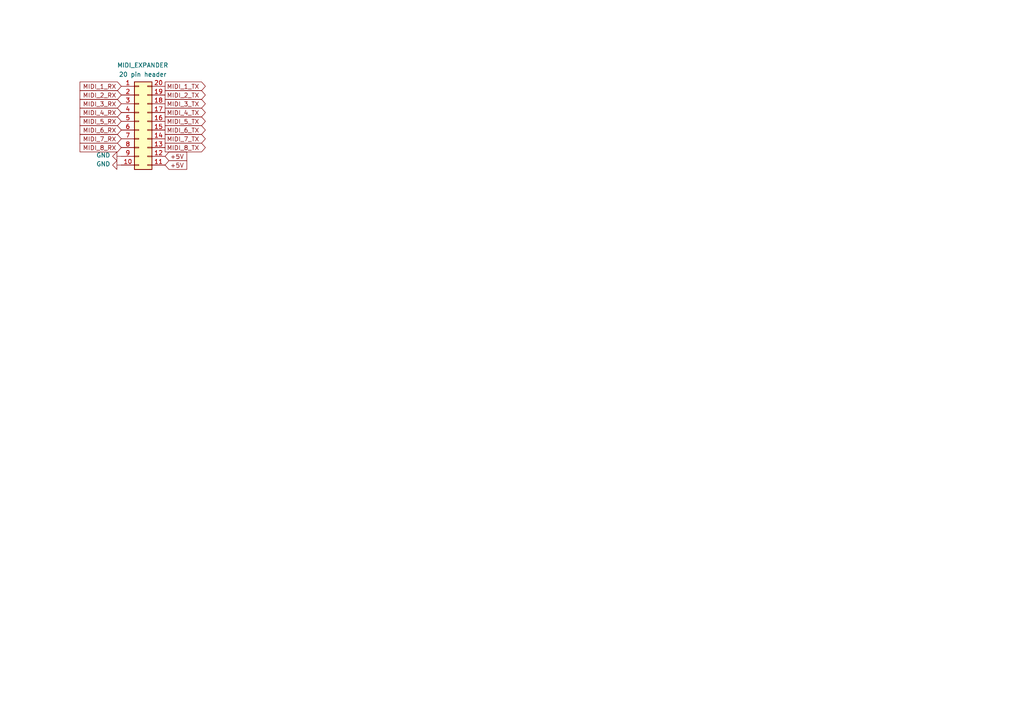
<source format=kicad_sch>
(kicad_sch (version 20230121) (generator eeschema)
  (paper "A4")
  (lib_symbols
    (symbol "Connector_Generic:Conn_02x10_Counter_Clockwise" (pin_names (offset 1.016) hide)
      (property "Reference" "J" (at 1.27 12.7 0))
      (property "Value" "Conn_02x10_Counter_Clockwise" (at 1.27 -15.24 0))
      (symbol "Conn_02x10_Counter_Clockwise_1_1"
        (rectangle (start -1.27 -12.573) (end 0 -12.827) (stroke (width 0.1524)))
        (rectangle (start -1.27 -10.033) (end 0 -10.287) (stroke (width 0.1524)))
        (rectangle (start -1.27 -7.493) (end 0 -7.747) (stroke (width 0.1524)))
        (rectangle (start -1.27 -4.953) (end 0 -5.207) (stroke (width 0.1524)))
        (rectangle (start -1.27 -2.413) (end 0 -2.667) (stroke (width 0.1524)))
        (rectangle (start -1.27 0.127) (end 0 -0.127) (stroke (width 0.1524)))
        (rectangle (start -1.27 2.667) (end 0 2.413) (stroke (width 0.1524)))
        (rectangle (start -1.27 5.207) (end 0 4.953) (stroke (width 0.1524)))
        (rectangle (start -1.27 7.747) (end 0 7.493) (stroke (width 0.1524)))
        (rectangle (start -1.27 10.287) (end 0 10.033) (stroke (width 0.1524)))
        (rectangle (start -1.27 11.43) (end 3.81 -13.97) (stroke (width 0.254)) (fill (type background)))
        (rectangle (start 3.81 -12.573) (end 2.54 -12.827) (stroke (width 0.1524)))
        (rectangle (start 3.81 -10.033) (end 2.54 -10.287) (stroke (width 0.1524)))
        (rectangle (start 3.81 -7.493) (end 2.54 -7.747) (stroke (width 0.1524)))
        (rectangle (start 3.81 -4.953) (end 2.54 -5.207) (stroke (width 0.1524)))
        (rectangle (start 3.81 -2.413) (end 2.54 -2.667) (stroke (width 0.1524)))
        (rectangle (start 3.81 0.127) (end 2.54 -0.127) (stroke (width 0.1524)))
        (rectangle (start 3.81 2.667) (end 2.54 2.413) (stroke (width 0.1524)))
        (rectangle (start 3.81 5.207) (end 2.54 4.953) (stroke (width 0.1524)))
        (rectangle (start 3.81 7.747) (end 2.54 7.493) (stroke (width 0.1524)))
        (rectangle (start 3.81 10.287) (end 2.54 10.033) (stroke (width 0.1524)))
        (pin passive line (at -5.08 10.16 0) (length 3.81) (name "Pin_1") (number "1"))
        (pin passive line (at -5.08 -12.7 0) (length 3.81) (name "Pin_10") (number "10"))
        (pin passive line (at 7.62 -12.7 180) (length 3.81) (name "Pin_11") (number "11"))
        (pin passive line (at 7.62 -10.16 180) (length 3.81) (name "Pin_12") (number "12"))
        (pin passive line (at 7.62 -7.62 180) (length 3.81) (name "Pin_13") (number "13"))
        (pin passive line (at 7.62 -5.08 180) (length 3.81) (name "Pin_14") (number "14"))
        (pin passive line (at 7.62 -2.54 180) (length 3.81) (name "Pin_15") (number "15"))
        (pin passive line (at 7.62 0 180) (length 3.81) (name "Pin_16") (number "16"))
        (pin passive line (at 7.62 2.54 180) (length 3.81) (name "Pin_17") (number "17"))
        (pin passive line (at 7.62 5.08 180) (length 3.81) (name "Pin_18") (number "18"))
        (pin passive line (at 7.62 7.62 180) (length 3.81) (name "Pin_19") (number "19"))
        (pin passive line (at -5.08 7.62 0) (length 3.81) (name "Pin_2") (number "2"))
        (pin passive line (at 7.62 10.16 180) (length 3.81) (name "Pin_20") (number "20"))
        (pin passive line (at -5.08 5.08 0) (length 3.81) (name "Pin_3") (number "3"))
        (pin passive line (at -5.08 2.54 0) (length 3.81) (name "Pin_4") (number "4"))
        (pin passive line (at -5.08 0 0) (length 3.81) (name "Pin_5") (number "5"))
        (pin passive line (at -5.08 -2.54 0) (length 3.81) (name "Pin_6") (number "6"))
        (pin passive line (at -5.08 -5.08 0) (length 3.81) (name "Pin_7") (number "7"))
        (pin passive line (at -5.08 -7.62 0) (length 3.81) (name "Pin_8") (number "8"))
        (pin passive line (at -5.08 -10.16 0) (length 3.81) (name "Pin_9") (number "9"))
      )
    )
    (symbol "power:GND" (power) (pin_names (offset 0))
      (property "Value" "GND" (at 0 -3.81 0))
      (symbol "GND_0_1"
        (polyline (pts (xy 0 0) (xy 0 -1.27) (xy 1.27 -1.27) (xy 0 -2.54) (xy -1.27 -1.27) (xy 0 -1.27)))
      )
      (symbol "GND_1_1"
        (pin power_in line (at 0 0 270) (length 0) hide (name "GND") (number "1"))
      )
    )
  )
  (global_label "MIDI_7_RX" (shape input) (at 35.179 40.259 180) (property "Intersheetrefs" "${INTERSHEET_REFS}" (effects hide)))
  (global_label "MIDI_2_RX" (shape input) (at 35.179 27.559 180) (property "Intersheetrefs" "${INTERSHEET_REFS}" (effects hide)))
  (global_label "MIDI_3_RX" (shape input) (at 35.179 30.099 180) (property "Intersheetrefs" "${INTERSHEET_REFS}" (effects hide)))
  (global_label "MIDI_4_RX" (shape input) (at 35.179 32.639 180) (property "Intersheetrefs" "${INTERSHEET_REFS}" (effects hide)))
  (global_label "MIDI_8_RX" (shape input) (at 35.179 42.799 180) (property "Intersheetrefs" "${INTERSHEET_REFS}" (effects hide)))
  (global_label "MIDI_4_TX" (shape output) (at 47.879 32.639 0) (property "Intersheetrefs" "${INTERSHEET_REFS}" (effects hide)))
  (global_label "+5V" (shape input) (at 47.879 45.339 0) (property "Intersheetrefs" "${INTERSHEET_REFS}" (effects hide)))
  (global_label "+5V" (shape input) (at 47.879 47.879 0) (property "Intersheetrefs" "${INTERSHEET_REFS}" (effects hide)))
  (global_label "MIDI_1_TX" (shape output) (at 47.879 25.019 0) (property "Intersheetrefs" "${INTERSHEET_REFS}" (effects hide)))
  (global_label "MIDI_5_TX" (shape output) (at 47.879 35.179 0) (property "Intersheetrefs" "${INTERSHEET_REFS}" (effects hide)))
  (global_label "MIDI_8_TX" (shape output) (at 47.879 42.799 0) (property "Intersheetrefs" "${INTERSHEET_REFS}" (effects hide)))
  (global_label "MIDI_3_TX" (shape output) (at 47.879 30.099 0) (property "Intersheetrefs" "${INTERSHEET_REFS}" (effects hide)))
  (global_label "MIDI_6_TX" (shape output) (at 47.879 37.719 0) (property "Intersheetrefs" "${INTERSHEET_REFS}" (effects hide)))
  (global_label "MIDI_1_RX" (shape input) (at 35.179 25.019 180) (property "Intersheetrefs" "${INTERSHEET_REFS}" (effects hide)))
  (global_label "MIDI_7_TX" (shape output) (at 47.879 40.259 0) (property "Intersheetrefs" "${INTERSHEET_REFS}" (effects hide)))
  (global_label "MIDI_5_RX" (shape input) (at 35.179 35.179 180) (property "Intersheetrefs" "${INTERSHEET_REFS}" (effects hide)))
  (global_label "MIDI_6_RX" (shape input) (at 35.179 37.719 180) (property "Intersheetrefs" "${INTERSHEET_REFS}" (effects hide)))
  (global_label "MIDI_2_TX" (shape output) (at 47.879 27.559 0) (property "Intersheetrefs" "${INTERSHEET_REFS}" (effects hide)))
  (symbol (lib_id "Connector_Generic:Conn_02x10_Counter_Clockwise") (at 40.259 35.179 0) (unit 1)
    (property "Reference" "MIDI_EXPANDER" (at 41.402 18.923 0))
    (property "Value" "20 pin header" (at 41.402 21.59 0))
    (property "Footprint" "Connector_PinHeader_2.54mm:PinHeader_2x10_P2.54mm_Vertical" (effects hide))
    (instances (project "usb_midi_clocker circuits" (path "" (reference "MIDI_EXPANDER") (unit 1)) (path "" (reference "MIDI_EXPANDER_SATELLITE1") (unit 1))))
  )
  (symbol (lib_id "power:GND") (at 35.179 45.339 270) (unit 1)
    (property "Reference" "#PWR010" (effects hide))
    (property "Value" "GND" (at 32.004 45.0222 90) (effects (justify right)))
    (instances (project "usb_midi_clocker circuits" (path "" (reference "#PWR010") (unit 1)) (path "" (reference "#PWR07") (unit 1))))
  )
  (symbol (lib_id "power:GND") (at 35.179 47.879 270) (unit 1)
    (property "Reference" "#PWR09" (effects hide))
    (property "Value" "GND" (at 32.004 47.5622 90) (effects (justify right)))
    (instances (project "usb_midi_clocker circuits" (path "" (reference "#PWR09") (unit 1)) (path "" (reference "#PWR08") (unit 1))))
  )
)
</source>
